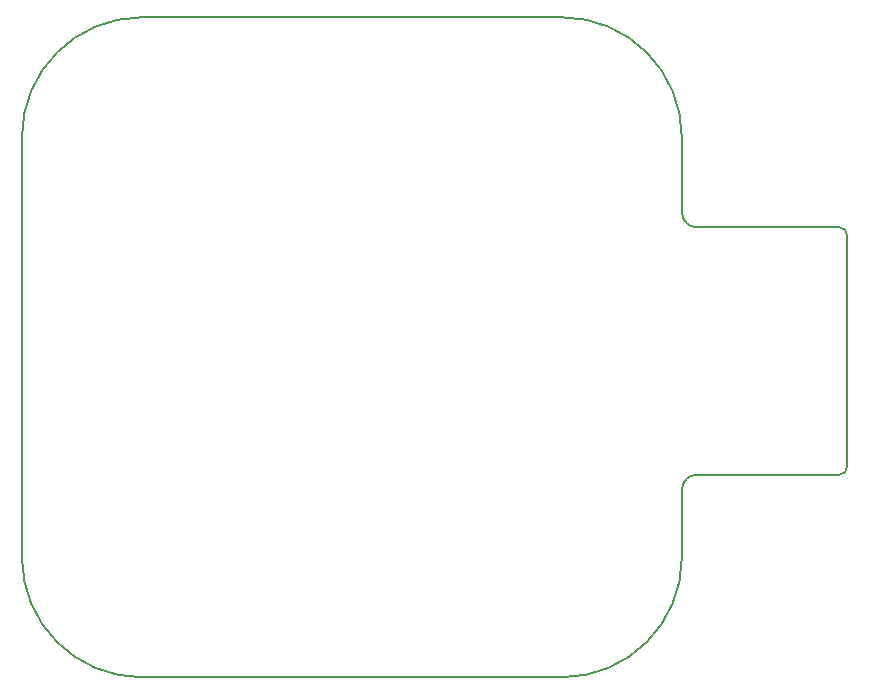
<source format=gbr>
G04 #@! TF.GenerationSoftware,KiCad,Pcbnew,5.0.2-bee76a0~70~ubuntu18.04.1*
G04 #@! TF.CreationDate,2019-06-27T14:31:57-07:00*
G04 #@! TF.ProjectId,stator_plate,73746174-6f72-45f7-906c-6174652e6b69,rev?*
G04 #@! TF.SameCoordinates,Original*
G04 #@! TF.FileFunction,Profile,NP*
%FSLAX46Y46*%
G04 Gerber Fmt 4.6, Leading zero omitted, Abs format (unit mm)*
G04 Created by KiCad (PCBNEW 5.0.2-bee76a0~70~ubuntu18.04.1) date Thu 27 Jun 2019 02:31:57 PM PDT*
%MOMM*%
%LPD*%
G01*
G04 APERTURE LIST*
%ADD10C,0.200000*%
G04 APERTURE END LIST*
D10*
X154940000Y-113665000D02*
X154940000Y-119380000D01*
X154940000Y-83820000D02*
X154940000Y-90170000D01*
X156210000Y-91440000D02*
X168275000Y-91440000D01*
X156210000Y-112395000D02*
X168275000Y-112395000D01*
X168910000Y-92075000D02*
X168910000Y-111760000D01*
X154940000Y-113665000D02*
G75*
G02X156210000Y-112395000I1270000J0D01*
G01*
X156210000Y-91440000D02*
G75*
G02X154940000Y-90170000I0J1270000D01*
G01*
X168910000Y-111760000D02*
G75*
G02X168275000Y-112395000I-635000J0D01*
G01*
X168275000Y-91440000D02*
G75*
G02X168910000Y-92075000I0J-635000D01*
G01*
X109220000Y-73660000D02*
X144780000Y-73660000D01*
X109220000Y-129540000D02*
X144780000Y-129540000D01*
X99060000Y-83820000D02*
X99060000Y-119380000D01*
X154940000Y-119380000D02*
G75*
G02X144780000Y-129540000I-10160000J0D01*
G01*
X109220000Y-129540000D02*
G75*
G02X99060000Y-119380000I0J10160000D01*
G01*
X144780000Y-73660000D02*
G75*
G02X154940000Y-83820000I0J-10160000D01*
G01*
X99060000Y-83820000D02*
G75*
G02X109220000Y-73660000I10160000J0D01*
G01*
M02*

</source>
